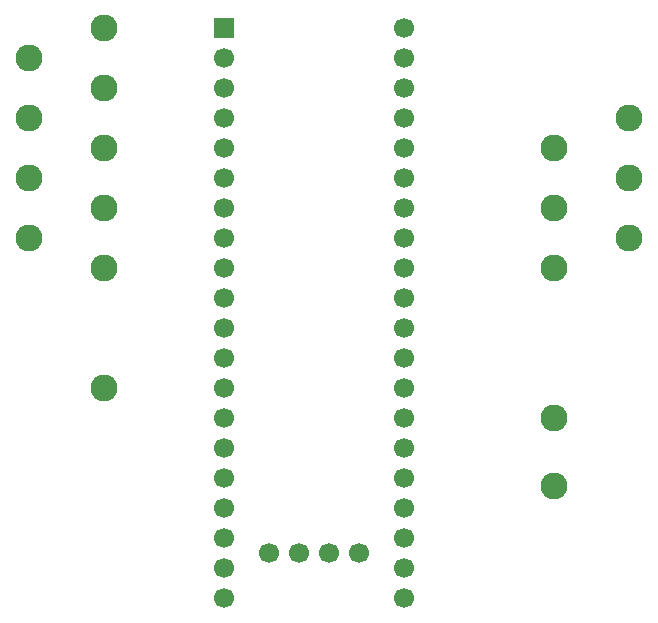
<source format=gbr>
%TF.GenerationSoftware,KiCad,Pcbnew,7.0.8*%
%TF.CreationDate,2024-08-14T14:07:49-06:00*%
%TF.ProjectId,blackpill_carrier,626c6163-6b70-4696-9c6c-5f6361727269,1.0*%
%TF.SameCoordinates,Original*%
%TF.FileFunction,Soldermask,Bot*%
%TF.FilePolarity,Negative*%
%FSLAX46Y46*%
G04 Gerber Fmt 4.6, Leading zero omitted, Abs format (unit mm)*
G04 Created by KiCad (PCBNEW 7.0.8) date 2024-08-14 14:07:49*
%MOMM*%
%LPD*%
G01*
G04 APERTURE LIST*
%ADD10C,2.286000*%
%ADD11R,1.700000X1.700000*%
%ADD12C,1.700000*%
G04 APERTURE END LIST*
D10*
%TO.C,TP12*%
X146431000Y-87884000D03*
%TD*%
%TO.C,TP15*%
X108331000Y-77724000D03*
%TD*%
%TO.C,TP2*%
X146431000Y-110744000D03*
%TD*%
%TO.C,TP3*%
X146431000Y-98044000D03*
%TD*%
%TO.C,TP4*%
X152781000Y-95504000D03*
%TD*%
%TO.C,TP14*%
X152781000Y-85344000D03*
%TD*%
%TO.C,TP17*%
X108331000Y-82804000D03*
%TD*%
%TO.C,TP10*%
X146431000Y-92964000D03*
%TD*%
%TO.C,TP9*%
X108331000Y-98044000D03*
%TD*%
%TO.C,TP16*%
X101981000Y-80264000D03*
%TD*%
%TO.C,TP11*%
X152781000Y-90424000D03*
%TD*%
%TO.C,TP6*%
X101981000Y-90424000D03*
%TD*%
D11*
%TO.C,U1*%
X118491000Y-77724000D03*
D12*
X118491000Y-80264000D03*
X118491000Y-82804000D03*
X118491000Y-85344000D03*
X118491000Y-87884000D03*
X118491000Y-90424000D03*
X118491000Y-92964000D03*
X118491000Y-95504000D03*
X118491000Y-98044000D03*
X118491000Y-100584000D03*
X118491000Y-103124000D03*
X118491000Y-105664000D03*
X118491000Y-108204000D03*
X118491000Y-110744000D03*
X118491000Y-113284000D03*
X118491000Y-115824000D03*
X118491000Y-118364000D03*
X118491000Y-120904000D03*
X118491000Y-123444000D03*
X118491000Y-125984000D03*
X133731000Y-125984000D03*
X133731000Y-123444000D03*
X133731000Y-120904000D03*
X133731000Y-118364000D03*
X133731000Y-115824000D03*
X133731000Y-113284000D03*
X133731000Y-110744000D03*
X133731000Y-108204000D03*
X133731000Y-105664000D03*
X133731000Y-103124000D03*
X133731000Y-100584000D03*
X133731000Y-98044000D03*
X133731000Y-95504000D03*
X133731000Y-92964000D03*
X133731000Y-90424000D03*
X133731000Y-87884000D03*
X133731000Y-85344000D03*
X133731000Y-82804000D03*
X133731000Y-80264000D03*
X133731000Y-77724000D03*
X122301000Y-122174000D03*
X124841000Y-122174000D03*
X127381000Y-122174000D03*
X129921000Y-122174000D03*
%TD*%
D10*
%TO.C,TP7*%
X108331000Y-92964000D03*
%TD*%
%TO.C,TP8*%
X101981000Y-95504000D03*
%TD*%
%TO.C,TP1*%
X146431000Y-116459000D03*
%TD*%
%TO.C,TP13*%
X108331000Y-108204000D03*
%TD*%
%TO.C,TP5*%
X108331000Y-87884000D03*
%TD*%
%TO.C,TP18*%
X101981000Y-85344000D03*
%TD*%
M02*

</source>
